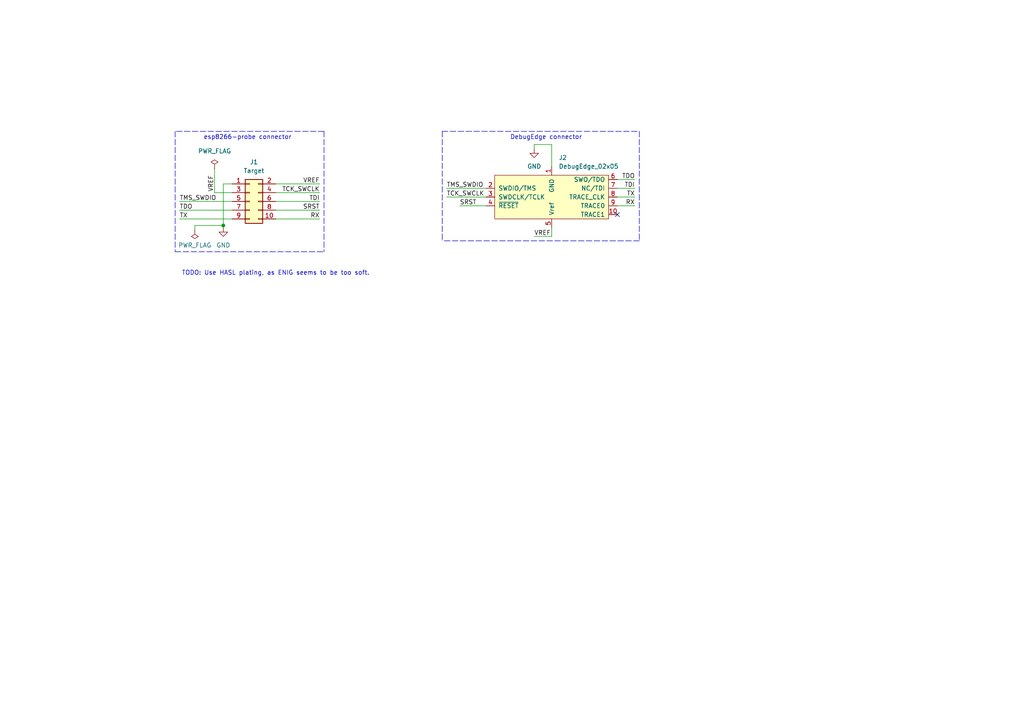
<source format=kicad_sch>
(kicad_sch (version 20211123) (generator eeschema)
  (paper "A4")
  (lib_symbols
    (symbol "Connector_Generic:Conn_02x05_Odd_Even" (pin_names (offset 1.016) hide)
      (property "Reference" "J" (at 1.27 7.62 0))
      (property "Value" "Conn_02x05_Odd_Even" (at 1.27 -7.62 0))
      (symbol "Conn_02x05_Odd_Even_1_1"
        (rectangle (start -1.27 -4.953) (end 0 -5.207) (stroke (width 0.1524)))
        (rectangle (start -1.27 -2.413) (end 0 -2.667) (stroke (width 0.1524)))
        (rectangle (start -1.27 0.127) (end 0 -0.127) (stroke (width 0.1524)))
        (rectangle (start -1.27 2.667) (end 0 2.413) (stroke (width 0.1524)))
        (rectangle (start -1.27 5.207) (end 0 4.953) (stroke (width 0.1524)))
        (rectangle (start -1.27 6.35) (end 3.81 -6.35) (stroke (width 0.254)) (fill (type background)))
        (rectangle (start 3.81 -4.953) (end 2.54 -5.207) (stroke (width 0.1524)))
        (rectangle (start 3.81 -2.413) (end 2.54 -2.667) (stroke (width 0.1524)))
        (rectangle (start 3.81 0.127) (end 2.54 -0.127) (stroke (width 0.1524)))
        (rectangle (start 3.81 2.667) (end 2.54 2.413) (stroke (width 0.1524)))
        (rectangle (start 3.81 5.207) (end 2.54 4.953) (stroke (width 0.1524)))
        (pin passive line (at -5.08 5.08 0) (length 3.81) (name "Pin_1") (number "1"))
        (pin passive line (at 7.62 -5.08 180) (length 3.81) (name "Pin_10") (number "10"))
        (pin passive line (at 7.62 5.08 180) (length 3.81) (name "Pin_2") (number "2"))
        (pin passive line (at -5.08 2.54 0) (length 3.81) (name "Pin_3") (number "3"))
        (pin passive line (at 7.62 2.54 180) (length 3.81) (name "Pin_4") (number "4"))
        (pin passive line (at -5.08 0 0) (length 3.81) (name "Pin_5") (number "5"))
        (pin passive line (at 7.62 0 180) (length 3.81) (name "Pin_6") (number "6"))
        (pin passive line (at -5.08 -2.54 0) (length 3.81) (name "Pin_7") (number "7"))
        (pin passive line (at 7.62 -2.54 180) (length 3.81) (name "Pin_8") (number "8"))
        (pin passive line (at -5.08 -5.08 0) (length 3.81) (name "Pin_9") (number "9"))
      )
    )
    (symbol "DebugEdge:DebugEdge_02x05" (pin_names (offset 1.016))
      (property "Reference" "J" (at -10.16 7.62 0))
      (property "Value" "DebugEdge_02x05" (at 11.43 7.62 0))
      (symbol "DebugEdge_02x05_0_1"
        (rectangle (start -16.51 6.35) (end 16.51 -6.35) (fill (type background)))
      )
      (symbol "DebugEdge_02x05_1_1"
        (pin power_in line (at 0 8.89 270) (length 2.54) (name "GND") (number "1"))
        (pin bidirectional line (at 19.05 -5.08 180) (length 2.54) (name "TRACE1") (number "10"))
        (pin bidirectional line (at -19.05 2.54 0) (length 2.54) (name "SWDIO/TMS") (number "2"))
        (pin bidirectional line (at -19.05 0 0) (length 2.54) (name "SWDCLK/TCLK") (number "3"))
        (pin bidirectional line (at -19.05 -2.54 0) (length 2.54) (name "~{RESET}") (number "4"))
        (pin power_in line (at 0 -8.89 90) (length 2.54) (name "Vref") (number "5"))
        (pin bidirectional line (at 19.05 5.08 180) (length 2.54) (name "SWO/TDO") (number "6"))
        (pin bidirectional line (at 19.05 2.54 180) (length 2.54) (name "NC/TDI") (number "7"))
        (pin bidirectional line (at 19.05 0 180) (length 2.54) (name "TRACE_CLK") (number "8"))
        (pin bidirectional line (at 19.05 -2.54 180) (length 2.54) (name "TRACE0") (number "9"))
      )
    )
    (symbol "power:GND" (power) (pin_names (offset 0))
      (property "Value" "GND" (at 0 -3.81 0))
      (symbol "GND_0_1"
        (polyline (pts (xy 0 0) (xy 0 -1.27) (xy 1.27 -1.27) (xy 0 -2.54) (xy -1.27 -1.27) (xy 0 -1.27)))
      )
      (symbol "GND_1_1"
        (pin power_in line (at 0 0 270) (length 0) hide (name "GND") (number "1"))
      )
    )
    (symbol "power:PWR_FLAG" (power) (pin_numbers hide) (pin_names (offset 0) hide)
      (property "Value" "PWR_FLAG" (at 0 3.81 0))
      (symbol "PWR_FLAG_0_0"
        (pin power_out line (at 0 0 90) (length 0) (name "pwr") (number "1"))
      )
      (symbol "PWR_FLAG_0_1"
        (polyline (pts (xy 0 0) (xy 0 1.27) (xy -1.016 1.905) (xy 0 2.54) (xy 1.016 1.905) (xy 0 1.27)))
      )
    )
  )
  (junction (at 64.77 65.405))
  (no_connect (at 179.07 62.23))
  (wire (pts (xy 52.07 63.5) (xy 67.31 63.5)))
  (wire (pts (xy 129.54 54.61) (xy 140.97 54.61)))
  (wire (pts (xy 64.77 66.04) (xy 64.77 65.405)))
  (polyline (pts (xy 128.27 38.1) (xy 185.42 38.1)))
  (wire (pts (xy 56.515 65.405) (xy 64.77 65.405)))
  (wire (pts (xy 179.07 52.07) (xy 184.15 52.07)))
  (wire (pts (xy 80.01 58.42) (xy 92.71 58.42)))
  (polyline (pts (xy 50.8 73.025) (xy 93.98 73.025)))
  (polyline (pts (xy 185.42 38.1) (xy 185.42 69.85)))
  (polyline (pts (xy 93.98 38.1) (xy 93.98 73.025)))
  (wire (pts (xy 64.77 53.34) (xy 67.31 53.34)))
  (wire (pts (xy 62.23 55.88) (xy 67.31 55.88)))
  (wire (pts (xy 179.07 59.69) (xy 184.15 59.69)))
  (wire (pts (xy 129.54 57.15) (xy 140.97 57.15)))
  (wire (pts (xy 56.515 65.405) (xy 56.515 66.675)))
  (wire (pts (xy 80.01 60.96) (xy 92.71 60.96)))
  (wire (pts (xy 62.23 48.895) (xy 62.23 55.88)))
  (polyline (pts (xy 50.8 38.1) (xy 50.8 73.025)))
  (wire (pts (xy 160.02 41.91) (xy 160.02 48.26)))
  (polyline (pts (xy 185.42 69.85) (xy 128.27 69.85)))
  (wire (pts (xy 179.07 57.15) (xy 184.15 57.15)))
  (wire (pts (xy 154.94 68.58) (xy 160.02 68.58)))
  (wire (pts (xy 160.02 68.58) (xy 160.02 66.04)))
  (wire (pts (xy 133.35 59.69) (xy 140.97 59.69)))
  (wire (pts (xy 80.01 55.88) (xy 92.71 55.88)))
  (wire (pts (xy 52.07 60.96) (xy 67.31 60.96)))
  (wire (pts (xy 154.94 41.91) (xy 154.94 43.18)))
  (wire (pts (xy 52.07 58.42) (xy 67.31 58.42)))
  (wire (pts (xy 154.94 41.91) (xy 160.02 41.91)))
  (wire (pts (xy 64.77 65.405) (xy 64.77 53.34)))
  (wire (pts (xy 80.01 53.34) (xy 92.71 53.34)))
  (polyline (pts (xy 93.98 38.1) (xy 50.8 38.1)))
  (wire (pts (xy 80.01 63.5) (xy 92.71 63.5)))
  (polyline (pts (xy 128.27 38.1) (xy 128.27 69.85)))
  (wire (pts (xy 179.07 54.61) (xy 184.15 54.61)))
  (text "DebugEdge connector" (at 147.955 40.64 0) (effects (font (size 1.27 1.27)) (justify left bottom)))
  (text "esp8266-probe connector" (at 59.055 40.64 0) (effects (font (size 1.27 1.27)) (justify left bottom)))
  (text "TODO: Use HASL plating, as ENIG seems to be too soft." (at 52.705 80.01 0) (effects (font (size 1.27 1.27)) (justify left bottom)))
  (label "TCK_SWCLK" (at 92.71 55.88 180))
  (label "TX" (at 184.15 57.15 180))
  (label "TDI" (at 92.71 58.42 180))
  (label "VREF" (at 92.71 53.34 180))
  (label "TCK_SWCLK" (at 129.54 57.15 0))
  (label "TDI" (at 184.15 54.61 180))
  (label "SRST" (at 133.35 59.69 0))
  (label "TDO" (at 52.07 60.96 0))
  (label "TX" (at 52.07 63.5 0))
  (label "VREF" (at 154.94 68.58 0))
  (label "VREF" (at 62.23 50.8 270))
  (label "TMS_SWDIO" (at 52.07 58.42 0))
  (label "TMS_SWDIO" (at 129.54 54.61 0))
  (label "SRST" (at 92.71 60.96 180))
  (label "RX" (at 92.71 63.5 180))
  (label "RX" (at 184.15 59.69 180))
  (label "TDO" (at 184.15 52.07 180))
  (symbol (lib_id "power:PWR_FLAG") (at 56.515 66.675 180) (unit 1)
    (property "Reference" "#FLG0102" (effects hide))
    (property "Value" "PWR_FLAG" (at 56.515 71.12 0))
  )
  (symbol (lib_id "DebugEdge:DebugEdge_02x05") (at 160.02 57.15 0) (unit 1)
    (property "Reference" "J2" (at 162.0394 45.72 0) (effects (justify left)))
    (property "Value" "DebugEdge_02x05" (at 162.0394 48.26 0) (effects (justify left)))
    (property "Footprint" "DebugEdge:DebugEdge_2x05_Host" (effects hide))
  )
  (symbol (lib_id "power:GND") (at 154.94 43.18 0) (mirror y) (unit 1)
    (property "Reference" "#PWR03" (effects hide))
    (property "Value" "GND" (at 154.94 48.26 0))
  )
  (symbol (lib_id "power:PWR_FLAG") (at 62.23 48.895 0) (unit 1)
    (property "Reference" "#FLG0103" (effects hide))
    (property "Value" "PWR_FLAG" (at 62.23 43.815 0))
  )
  (symbol (lib_id "Connector_Generic:Conn_02x05_Odd_Even") (at 72.39 58.42 0) (unit 1)
    (property "Reference" "J1" (at 73.66 46.99 0))
    (property "Value" "Target" (at 73.66 49.53 0))
    (property "Footprint" "Connector_IDC:IDC-Header_2x05_P2.54mm_Vertical" (effects hide))
  )
  (symbol (lib_id "power:GND") (at 64.77 66.04 0) (unit 1)
    (property "Reference" "#PWR01" (effects hide))
    (property "Value" "GND" (at 64.77 71.12 0))
  )
)
</source>
